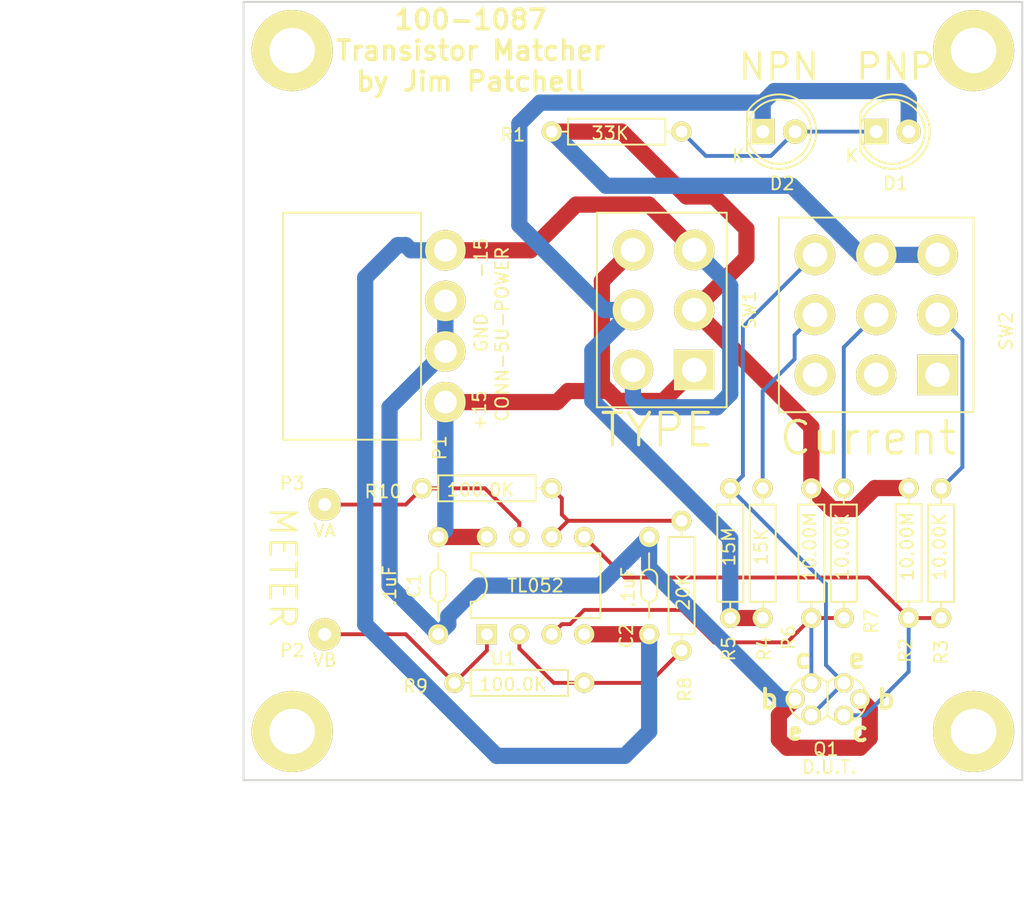
<source format=kicad_pcb>
(kicad_pcb (version 4) (host pcbnew "(2016-03-22 BZR 6643, Git db8c72c)-product")

  (general
    (links 44)
    (no_connects 0)
    (area 78.204287 50.724999 157.555001 123.350001)
    (thickness 1.6)
    (drawings 16)
    (tracks 154)
    (zones 0)
    (modules 25)
    (nets 20)
  )

  (page A4)
  (title_block
    (title "PNP/NPN Transistor Matcher")
    (date 2016-03-29)
  )

  (layers
    (0 F.Cu signal)
    (31 B.Cu signal hide)
    (32 B.Adhes user)
    (33 F.Adhes user)
    (34 B.Paste user)
    (35 F.Paste user)
    (36 B.SilkS user)
    (37 F.SilkS user)
    (38 B.Mask user)
    (39 F.Mask user)
    (40 Dwgs.User user)
    (41 Cmts.User user)
    (42 Eco1.User user)
    (43 Eco2.User user)
    (44 Edge.Cuts user)
    (45 Margin user)
    (46 B.CrtYd user)
    (47 F.CrtYd user)
    (48 B.Fab user)
    (49 F.Fab user)
  )

  (setup
    (last_trace_width 0.3048)
    (trace_clearance 0.2032)
    (zone_clearance 0.508)
    (zone_45_only no)
    (trace_min 0.2)
    (segment_width 0.2)
    (edge_width 0.15)
    (via_size 1.5748)
    (via_drill 0.9144)
    (via_min_size 0.4)
    (via_min_drill 0.3)
    (uvia_size 0.3)
    (uvia_drill 0.1)
    (uvias_allowed no)
    (uvia_min_size 0.2)
    (uvia_min_drill 0.1)
    (pcb_text_width 0.3)
    (pcb_text_size 1.5 1.5)
    (mod_edge_width 0.15)
    (mod_text_size 1 1)
    (mod_text_width 0.15)
    (pad_size 1.524 1.524)
    (pad_drill 1.016)
    (pad_to_mask_clearance 0.2)
    (aux_axis_origin 0 0)
    (visible_elements 7FFFEFFF)
    (pcbplotparams
      (layerselection 0x010e0_ffffffff)
      (usegerberextensions false)
      (excludeedgelayer true)
      (linewidth 0.100000)
      (plotframeref false)
      (viasonmask false)
      (mode 1)
      (useauxorigin false)
      (hpglpennumber 1)
      (hpglpenspeed 20)
      (hpglpendiameter 15)
      (psnegative false)
      (psa4output false)
      (plotreference true)
      (plotvalue true)
      (plotinvisibletext false)
      (padsonsilk false)
      (subtractmaskfromsilk false)
      (outputformat 1)
      (mirror false)
      (drillshape 0)
      (scaleselection 1)
      (outputdirectory FabFiles/))
  )

  (net 0 "")
  (net 1 +15V0)
  (net 2 GND)
  (net 3 -15V0)
  (net 4 "Net-(D1-Pad1)")
  (net 5 "Net-(Q1-Pad3)")
  (net 6 "Net-(Q1-Pad1)")
  (net 7 "Net-(Q1-Pad6)")
  (net 8 "Net-(R3-Pad1)")
  (net 9 "Net-(R4-Pad1)")
  (net 10 "Net-(R7-Pad1)")
  (net 11 "Net-(R8-Pad1)")
  (net 12 "Net-(R10-Pad2)")
  (net 13 "Net-(P2-Pad1)")
  (net 14 "Net-(P3-Pad1)")
  (net 15 "Net-(SW2-Pad1)")
  (net 16 "Net-(SW2-Pad4)")
  (net 17 "Net-(SW2-Pad7)")
  (net 18 /VEE)
  (net 19 /VCC)

  (net_class Default "This is the default net class."
    (clearance 0.2032)
    (trace_width 0.3048)
    (via_dia 1.5748)
    (via_drill 0.9144)
    (uvia_dia 0.3)
    (uvia_drill 0.1)
    (add_net "Net-(D1-Pad1)")
    (add_net "Net-(P2-Pad1)")
    (add_net "Net-(P3-Pad1)")
    (add_net "Net-(Q1-Pad1)")
    (add_net "Net-(Q1-Pad3)")
    (add_net "Net-(Q1-Pad6)")
    (add_net "Net-(R10-Pad2)")
    (add_net "Net-(R3-Pad1)")
    (add_net "Net-(R4-Pad1)")
    (add_net "Net-(R7-Pad1)")
    (add_net "Net-(R8-Pad1)")
    (add_net "Net-(SW2-Pad1)")
    (add_net "Net-(SW2-Pad4)")
    (add_net "Net-(SW2-Pad7)")
  )

  (net_class POWER ""
    (clearance 0.2032)
    (trace_width 1.27)
    (via_dia 1.5748)
    (via_drill 0.9144)
    (uvia_dia 0.3)
    (uvia_drill 0.1)
    (add_net +15V0)
    (add_net -15V0)
    (add_net /VCC)
    (add_net /VEE)
    (add_net GND)
  )

  (module Footprints:CAP-Bypass-0.3 (layer F.Cu) (tedit 56B42E37) (tstamp 56FB3021)
    (at 111.76 96.52 270)
    (path /56FAB6D0)
    (fp_text reference C1 (at 0 1.905 270) (layer F.SilkS)
      (effects (font (size 1 1) (thickness 0.15)))
    )
    (fp_text value .1uF (at 0 3.81 270) (layer F.SilkS)
      (effects (font (size 1 1) (thickness 0.15)))
    )
    (fp_arc (start 0.635 0) (end 1.27 0) (angle 90) (layer F.SilkS) (width 0.15))
    (fp_arc (start 0.635 0) (end 0.635 -0.635) (angle 90) (layer F.SilkS) (width 0.15))
    (fp_arc (start -0.635 0) (end -0.635 0.635) (angle 90) (layer F.SilkS) (width 0.15))
    (fp_arc (start -0.635 0) (end -1.27 0) (angle 90) (layer F.SilkS) (width 0.15))
    (fp_line (start -0.635 0.635) (end 0.635 0.635) (layer F.SilkS) (width 0.15))
    (fp_line (start -0.635 -0.635) (end 0.635 -0.635) (layer F.SilkS) (width 0.15))
    (fp_line (start 2.54 0) (end 1.27 0) (layer F.SilkS) (width 0.15))
    (fp_line (start -2.54 0) (end -1.27 0) (layer F.SilkS) (width 0.15))
    (pad 1 thru_hole circle (at -3.81 0 270) (size 1.5748 1.5748) (drill 0.9144) (layers *.Cu *.Mask F.SilkS)
      (net 1 +15V0))
    (pad 2 thru_hole circle (at 3.81 0 270) (size 1.5748 1.5748) (drill 0.9144) (layers *.Cu *.Mask F.SilkS)
      (net 2 GND))
  )

  (module Footprints:CAP-Bypass-0.3 (layer F.Cu) (tedit 56B42E37) (tstamp 56FB302F)
    (at 128.27 96.52 90)
    (path /56FAB740)
    (fp_text reference C2 (at -3.937 -1.778 90) (layer F.SilkS)
      (effects (font (size 1 1) (thickness 0.15)))
    )
    (fp_text value .1uF (at -0.127 -1.651 90) (layer F.SilkS)
      (effects (font (size 1 1) (thickness 0.15)))
    )
    (fp_arc (start 0.635 0) (end 1.27 0) (angle 90) (layer F.SilkS) (width 0.15))
    (fp_arc (start 0.635 0) (end 0.635 -0.635) (angle 90) (layer F.SilkS) (width 0.15))
    (fp_arc (start -0.635 0) (end -0.635 0.635) (angle 90) (layer F.SilkS) (width 0.15))
    (fp_arc (start -0.635 0) (end -1.27 0) (angle 90) (layer F.SilkS) (width 0.15))
    (fp_line (start -0.635 0.635) (end 0.635 0.635) (layer F.SilkS) (width 0.15))
    (fp_line (start -0.635 -0.635) (end 0.635 -0.635) (layer F.SilkS) (width 0.15))
    (fp_line (start 2.54 0) (end 1.27 0) (layer F.SilkS) (width 0.15))
    (fp_line (start -2.54 0) (end -1.27 0) (layer F.SilkS) (width 0.15))
    (pad 1 thru_hole circle (at -3.81 0 90) (size 1.5748 1.5748) (drill 0.9144) (layers *.Cu *.Mask F.SilkS)
      (net 3 -15V0))
    (pad 2 thru_hole circle (at 3.81 0 90) (size 1.5748 1.5748) (drill 0.9144) (layers *.Cu *.Mask F.SilkS)
      (net 2 GND))
  )

  (module LEDs:LED-5MM (layer F.Cu) (tedit 56FD5421) (tstamp 56FB303B)
    (at 146.05 60.96)
    (descr "LED 5mm round vertical")
    (tags "LED 5mm round vertical")
    (path /56FA03A1)
    (fp_text reference D1 (at 1.524 4.064) (layer F.SilkS)
      (effects (font (size 1 1) (thickness 0.15)))
    )
    (fp_text value PNP (at 1.524 -5.08) (layer F.SilkS)
      (effects (font (size 2.032 2.032) (thickness 0.254)))
    )
    (fp_line (start -1.5 -1.55) (end -1.5 1.55) (layer F.CrtYd) (width 0.05))
    (fp_arc (start 1.3 0) (end -1.5 1.55) (angle -302) (layer F.CrtYd) (width 0.05))
    (fp_arc (start 1.27 0) (end -1.23 -1.5) (angle 297.5) (layer F.SilkS) (width 0.15))
    (fp_line (start -1.23 1.5) (end -1.23 -1.5) (layer F.SilkS) (width 0.15))
    (fp_circle (center 1.27 0) (end 0.97 -2.5) (layer F.SilkS) (width 0.15))
    (fp_text user K (at -1.905 1.905) (layer F.SilkS)
      (effects (font (size 1 1) (thickness 0.15)))
    )
    (pad 1 thru_hole rect (at 0 0 90) (size 2 1.9) (drill 1.016) (layers *.Cu *.Mask F.SilkS)
      (net 4 "Net-(D1-Pad1)"))
    (pad 2 thru_hole circle (at 2.54 0) (size 1.9 1.9) (drill 1.016) (layers *.Cu *.Mask F.SilkS)
      (net 18 /VEE))
    (model LEDs.3dshapes/LED-5MM.wrl
      (at (xyz 0.05 0 0))
      (scale (xyz 1 1 1))
      (rotate (xyz 0 0 90))
    )
  )

  (module LEDs:LED-5MM (layer F.Cu) (tedit 56FD540C) (tstamp 56FB3047)
    (at 137.16 60.96)
    (descr "LED 5mm round vertical")
    (tags "LED 5mm round vertical")
    (path /56FA04A0)
    (fp_text reference D2 (at 1.524 4.064) (layer F.SilkS)
      (effects (font (size 1 1) (thickness 0.15)))
    )
    (fp_text value NPN (at 1.27 -5.08) (layer F.SilkS)
      (effects (font (size 2.032 2.032) (thickness 0.254)))
    )
    (fp_line (start -1.5 -1.55) (end -1.5 1.55) (layer F.CrtYd) (width 0.05))
    (fp_arc (start 1.3 0) (end -1.5 1.55) (angle -302) (layer F.CrtYd) (width 0.05))
    (fp_arc (start 1.27 0) (end -1.23 -1.5) (angle 297.5) (layer F.SilkS) (width 0.15))
    (fp_line (start -1.23 1.5) (end -1.23 -1.5) (layer F.SilkS) (width 0.15))
    (fp_circle (center 1.27 0) (end 0.97 -2.5) (layer F.SilkS) (width 0.15))
    (fp_text user K (at -1.905 1.905) (layer F.SilkS)
      (effects (font (size 1 1) (thickness 0.15)))
    )
    (pad 1 thru_hole rect (at 0 0 90) (size 2 1.9) (drill 1.016) (layers *.Cu *.Mask F.SilkS)
      (net 18 /VEE))
    (pad 2 thru_hole circle (at 2.54 0) (size 1.9 1.9) (drill 1.016) (layers *.Cu *.Mask F.SilkS)
      (net 4 "Net-(D1-Pad1)"))
    (model LEDs.3dshapes/LED-5MM.wrl
      (at (xyz 0.05 0 0))
      (scale (xyz 1 1 1))
      (rotate (xyz 0 0 90))
    )
  )

  (module Footprints:CONN-5U-POWER-RA (layer F.Cu) (tedit 56D5D0FC) (tstamp 56FB3056)
    (at 112.3188 76.2 90)
    (path /56FA00D3)
    (fp_text reference P1 (at -9.525 -0.4318 90) (layer F.SilkS)
      (effects (font (size 1 1) (thickness 0.15)))
    )
    (fp_text value CONN-5U-POWER (at -0.635 4.445 90) (layer F.SilkS)
      (effects (font (size 1 1) (thickness 0.15)))
    )
    (fp_text user GND (at -0.508 2.794 90) (layer F.SilkS)
      (effects (font (size 1 1) (thickness 0.15)))
    )
    (fp_text user -15 (at 5.334 2.794 90) (layer F.SilkS)
      (effects (font (size 1 1) (thickness 0.15)))
    )
    (fp_text user +15 (at -6.604 2.667 90) (layer F.SilkS)
      (effects (font (size 1 1) (thickness 0.15)))
    )
    (fp_line (start -8.89 -1.905) (end 8.89 -1.905) (layer F.SilkS) (width 0.15))
    (fp_line (start 8.89 -1.905) (end 8.89 -12.7) (layer F.SilkS) (width 0.15))
    (fp_line (start 8.89 -12.7) (end -8.89 -12.7) (layer F.SilkS) (width 0.15))
    (fp_line (start -8.89 -12.7) (end -8.89 -1.905) (layer F.SilkS) (width 0.15))
    (pad 1 thru_hole circle (at -5.9436 0 90) (size 3.175 3.175) (drill 1.778) (layers *.Cu *.Mask F.SilkS)
      (net 1 +15V0))
    (pad 2 thru_hole circle (at -1.9812 0 90) (size 3.175 3.175) (drill 1.778) (layers *.Cu *.Mask F.SilkS)
      (net 2 GND))
    (pad 3 thru_hole circle (at 1.9812 0 90) (size 3.175 3.175) (drill 1.778) (layers *.Cu *.Mask F.SilkS)
      (net 2 GND))
    (pad 4 thru_hole circle (at 5.9436 0 90) (size 3.175 3.175) (drill 1.778) (layers *.Cu *.Mask F.SilkS)
      (net 3 -15V0))
  )

  (module Footprints:AXIAL0.4 (layer F.Cu) (tedit 56ACF211) (tstamp 56FB3073)
    (at 125.73 60.96)
    (path /56FA0666)
    (fp_text reference R1 (at -8.128 0.254) (layer F.SilkS)
      (effects (font (size 1 1) (thickness 0.15)))
    )
    (fp_text value 33K (at -0.508 0.127) (layer F.SilkS)
      (effects (font (size 1 1) (thickness 0.15)))
    )
    (fp_line (start -3.81 -1.016) (end -3.81 1.016) (layer F.SilkS) (width 0.15))
    (fp_line (start 3.81 -1.016) (end 3.81 1.016) (layer F.SilkS) (width 0.15))
    (fp_line (start -3.81 0) (end -4.318 0) (layer F.SilkS) (width 0.15))
    (fp_line (start 4.445 0) (end 3.81 0) (layer F.SilkS) (width 0.15))
    (fp_line (start -3.81 1.016) (end 3.81 1.016) (layer F.SilkS) (width 0.15))
    (fp_line (start 3.81 -1.016) (end -3.81 -1.016) (layer F.SilkS) (width 0.15))
    (pad 1 thru_hole circle (at -5.08 0) (size 1.5748 1.5748) (drill 0.9144) (layers *.Cu *.Mask F.SilkS)
      (net 19 /VCC))
    (pad 2 thru_hole circle (at 5.08 0) (size 1.5748 1.5748) (drill 0.9144) (layers *.Cu *.Mask F.SilkS)
      (net 4 "Net-(D1-Pad1)"))
  )

  (module Footprints:AXIAL0.4 (layer F.Cu) (tedit 56ACF211) (tstamp 56FB307F)
    (at 148.59 93.958951 270)
    (path /56BA6139)
    (fp_text reference R2 (at 7.641049 0.254 270) (layer F.SilkS)
      (effects (font (size 1 1) (thickness 0.15)))
    )
    (fp_text value 10.00M (at -0.508 0.127 270) (layer F.SilkS)
      (effects (font (size 1 1) (thickness 0.15)))
    )
    (fp_line (start -3.81 -1.016) (end -3.81 1.016) (layer F.SilkS) (width 0.15))
    (fp_line (start 3.81 -1.016) (end 3.81 1.016) (layer F.SilkS) (width 0.15))
    (fp_line (start -3.81 0) (end -4.318 0) (layer F.SilkS) (width 0.15))
    (fp_line (start 4.445 0) (end 3.81 0) (layer F.SilkS) (width 0.15))
    (fp_line (start -3.81 1.016) (end 3.81 1.016) (layer F.SilkS) (width 0.15))
    (fp_line (start 3.81 -1.016) (end -3.81 -1.016) (layer F.SilkS) (width 0.15))
    (pad 1 thru_hole circle (at -5.08 0 270) (size 1.5748 1.5748) (drill 0.9144) (layers *.Cu *.Mask F.SilkS)
      (net 19 /VCC))
    (pad 2 thru_hole circle (at 5.08 0 270) (size 1.5748 1.5748) (drill 0.9144) (layers *.Cu *.Mask F.SilkS)
      (net 5 "Net-(Q1-Pad3)"))
  )

  (module Footprints:AXIAL0.4 (layer F.Cu) (tedit 56ACF211) (tstamp 56FB308B)
    (at 151.13 93.98 270)
    (path /56BA617B)
    (fp_text reference R3 (at 7.747 0 270) (layer F.SilkS)
      (effects (font (size 1 1) (thickness 0.15)))
    )
    (fp_text value 10.00K (at -0.508 0.127 270) (layer F.SilkS)
      (effects (font (size 1 1) (thickness 0.15)))
    )
    (fp_line (start -3.81 -1.016) (end -3.81 1.016) (layer F.SilkS) (width 0.15))
    (fp_line (start 3.81 -1.016) (end 3.81 1.016) (layer F.SilkS) (width 0.15))
    (fp_line (start -3.81 0) (end -4.318 0) (layer F.SilkS) (width 0.15))
    (fp_line (start 4.445 0) (end 3.81 0) (layer F.SilkS) (width 0.15))
    (fp_line (start -3.81 1.016) (end 3.81 1.016) (layer F.SilkS) (width 0.15))
    (fp_line (start 3.81 -1.016) (end -3.81 -1.016) (layer F.SilkS) (width 0.15))
    (pad 1 thru_hole circle (at -5.08 0 270) (size 1.5748 1.5748) (drill 0.9144) (layers *.Cu *.Mask F.SilkS)
      (net 8 "Net-(R3-Pad1)"))
    (pad 2 thru_hole circle (at 5.08 0 270) (size 1.5748 1.5748) (drill 0.9144) (layers *.Cu *.Mask F.SilkS)
      (net 5 "Net-(Q1-Pad3)"))
  )

  (module Footprints:AXIAL0.4 (layer F.Cu) (tedit 56ACF211) (tstamp 56FB3097)
    (at 137.16 93.98 270)
    (path /56BA621E)
    (fp_text reference R4 (at 7.493 -0.127 270) (layer F.SilkS)
      (effects (font (size 1 1) (thickness 0.15)))
    )
    (fp_text value 15K (at -0.508 0.127 270) (layer F.SilkS)
      (effects (font (size 1 1) (thickness 0.15)))
    )
    (fp_line (start -3.81 -1.016) (end -3.81 1.016) (layer F.SilkS) (width 0.15))
    (fp_line (start 3.81 -1.016) (end 3.81 1.016) (layer F.SilkS) (width 0.15))
    (fp_line (start -3.81 0) (end -4.318 0) (layer F.SilkS) (width 0.15))
    (fp_line (start 4.445 0) (end 3.81 0) (layer F.SilkS) (width 0.15))
    (fp_line (start -3.81 1.016) (end 3.81 1.016) (layer F.SilkS) (width 0.15))
    (fp_line (start 3.81 -1.016) (end -3.81 -1.016) (layer F.SilkS) (width 0.15))
    (pad 1 thru_hole circle (at -5.08 0 270) (size 1.5748 1.5748) (drill 0.9144) (layers *.Cu *.Mask F.SilkS)
      (net 9 "Net-(R4-Pad1)"))
    (pad 2 thru_hole circle (at 5.08 0 270) (size 1.5748 1.5748) (drill 0.9144) (layers *.Cu *.Mask F.SilkS)
      (net 18 /VEE))
  )

  (module Footprints:AXIAL0.4 (layer F.Cu) (tedit 56ACF211) (tstamp 56FB30A3)
    (at 134.62 93.98 270)
    (path /56BA633B)
    (fp_text reference R5 (at 7.493 0.127 270) (layer F.SilkS)
      (effects (font (size 1 1) (thickness 0.15)))
    )
    (fp_text value 15M (at -0.508 0.127 270) (layer F.SilkS)
      (effects (font (size 1 1) (thickness 0.15)))
    )
    (fp_line (start -3.81 -1.016) (end -3.81 1.016) (layer F.SilkS) (width 0.15))
    (fp_line (start 3.81 -1.016) (end 3.81 1.016) (layer F.SilkS) (width 0.15))
    (fp_line (start -3.81 0) (end -4.318 0) (layer F.SilkS) (width 0.15))
    (fp_line (start 4.445 0) (end 3.81 0) (layer F.SilkS) (width 0.15))
    (fp_line (start -3.81 1.016) (end 3.81 1.016) (layer F.SilkS) (width 0.15))
    (fp_line (start 3.81 -1.016) (end -3.81 -1.016) (layer F.SilkS) (width 0.15))
    (pad 1 thru_hole circle (at -5.08 0 270) (size 1.5748 1.5748) (drill 0.9144) (layers *.Cu *.Mask F.SilkS)
      (net 6 "Net-(Q1-Pad1)"))
    (pad 2 thru_hole circle (at 5.08 0 270) (size 1.5748 1.5748) (drill 0.9144) (layers *.Cu *.Mask F.SilkS)
      (net 18 /VEE))
  )

  (module Footprints:AXIAL0.4 (layer F.Cu) (tedit 56ACF211) (tstamp 56FB30AF)
    (at 140.97 93.98 270)
    (path /56BA61A5)
    (fp_text reference R6 (at 6.604 1.778 270) (layer F.SilkS)
      (effects (font (size 1 1) (thickness 0.15)))
    )
    (fp_text value 10.00M (at -0.508 0.127 270) (layer F.SilkS)
      (effects (font (size 1 1) (thickness 0.15)))
    )
    (fp_line (start -3.81 -1.016) (end -3.81 1.016) (layer F.SilkS) (width 0.15))
    (fp_line (start 3.81 -1.016) (end 3.81 1.016) (layer F.SilkS) (width 0.15))
    (fp_line (start -3.81 0) (end -4.318 0) (layer F.SilkS) (width 0.15))
    (fp_line (start 4.445 0) (end 3.81 0) (layer F.SilkS) (width 0.15))
    (fp_line (start -3.81 1.016) (end 3.81 1.016) (layer F.SilkS) (width 0.15))
    (fp_line (start 3.81 -1.016) (end -3.81 -1.016) (layer F.SilkS) (width 0.15))
    (pad 1 thru_hole circle (at -5.08 0 270) (size 1.5748 1.5748) (drill 0.9144) (layers *.Cu *.Mask F.SilkS)
      (net 19 /VCC))
    (pad 2 thru_hole circle (at 5.08 0 270) (size 1.5748 1.5748) (drill 0.9144) (layers *.Cu *.Mask F.SilkS)
      (net 7 "Net-(Q1-Pad6)"))
  )

  (module Footprints:AXIAL0.4 (layer F.Cu) (tedit 56ACF211) (tstamp 56FB30BB)
    (at 143.51 93.98 270)
    (path /56BA61F0)
    (fp_text reference R7 (at 5.334 -2.159 270) (layer F.SilkS)
      (effects (font (size 1 1) (thickness 0.15)))
    )
    (fp_text value 10.00K (at -0.508 0.127 270) (layer F.SilkS)
      (effects (font (size 1 1) (thickness 0.15)))
    )
    (fp_line (start -3.81 -1.016) (end -3.81 1.016) (layer F.SilkS) (width 0.15))
    (fp_line (start 3.81 -1.016) (end 3.81 1.016) (layer F.SilkS) (width 0.15))
    (fp_line (start -3.81 0) (end -4.318 0) (layer F.SilkS) (width 0.15))
    (fp_line (start 4.445 0) (end 3.81 0) (layer F.SilkS) (width 0.15))
    (fp_line (start -3.81 1.016) (end 3.81 1.016) (layer F.SilkS) (width 0.15))
    (fp_line (start 3.81 -1.016) (end -3.81 -1.016) (layer F.SilkS) (width 0.15))
    (pad 1 thru_hole circle (at -5.08 0 270) (size 1.5748 1.5748) (drill 0.9144) (layers *.Cu *.Mask F.SilkS)
      (net 10 "Net-(R7-Pad1)"))
    (pad 2 thru_hole circle (at 5.08 0 270) (size 1.5748 1.5748) (drill 0.9144) (layers *.Cu *.Mask F.SilkS)
      (net 7 "Net-(Q1-Pad6)"))
  )

  (module Footprints:AXIAL0.4 (layer F.Cu) (tedit 56ACF211) (tstamp 56FB30C7)
    (at 130.81 96.52 90)
    (path /56FA2776)
    (fp_text reference R8 (at -8.128 0.254 90) (layer F.SilkS)
      (effects (font (size 1 1) (thickness 0.15)))
    )
    (fp_text value 20K (at -0.508 0.127 90) (layer F.SilkS)
      (effects (font (size 1 1) (thickness 0.15)))
    )
    (fp_line (start -3.81 -1.016) (end -3.81 1.016) (layer F.SilkS) (width 0.15))
    (fp_line (start 3.81 -1.016) (end 3.81 1.016) (layer F.SilkS) (width 0.15))
    (fp_line (start -3.81 0) (end -4.318 0) (layer F.SilkS) (width 0.15))
    (fp_line (start 4.445 0) (end 3.81 0) (layer F.SilkS) (width 0.15))
    (fp_line (start -3.81 1.016) (end 3.81 1.016) (layer F.SilkS) (width 0.15))
    (fp_line (start 3.81 -1.016) (end -3.81 -1.016) (layer F.SilkS) (width 0.15))
    (pad 1 thru_hole circle (at -5.08 0 90) (size 1.5748 1.5748) (drill 0.9144) (layers *.Cu *.Mask F.SilkS)
      (net 11 "Net-(R8-Pad1)"))
    (pad 2 thru_hole circle (at 5.08 0 90) (size 1.5748 1.5748) (drill 0.9144) (layers *.Cu *.Mask F.SilkS)
      (net 12 "Net-(R10-Pad2)"))
  )

  (module Footprints:AXIAL0.4 (layer F.Cu) (tedit 56ACF211) (tstamp 56FB30D3)
    (at 118.11 104.14)
    (path /56FA2983)
    (fp_text reference R9 (at -8.128 0.254) (layer F.SilkS)
      (effects (font (size 1 1) (thickness 0.15)))
    )
    (fp_text value 100.0K (at -0.508 0.127) (layer F.SilkS)
      (effects (font (size 1 1) (thickness 0.15)))
    )
    (fp_line (start -3.81 -1.016) (end -3.81 1.016) (layer F.SilkS) (width 0.15))
    (fp_line (start 3.81 -1.016) (end 3.81 1.016) (layer F.SilkS) (width 0.15))
    (fp_line (start -3.81 0) (end -4.318 0) (layer F.SilkS) (width 0.15))
    (fp_line (start 4.445 0) (end 3.81 0) (layer F.SilkS) (width 0.15))
    (fp_line (start -3.81 1.016) (end 3.81 1.016) (layer F.SilkS) (width 0.15))
    (fp_line (start 3.81 -1.016) (end -3.81 -1.016) (layer F.SilkS) (width 0.15))
    (pad 1 thru_hole circle (at -5.08 0) (size 1.5748 1.5748) (drill 0.9144) (layers *.Cu *.Mask F.SilkS)
      (net 13 "Net-(P2-Pad1)"))
    (pad 2 thru_hole circle (at 5.08 0) (size 1.5748 1.5748) (drill 0.9144) (layers *.Cu *.Mask F.SilkS)
      (net 11 "Net-(R8-Pad1)"))
  )

  (module Footprints:AXIAL0.4 (layer F.Cu) (tedit 56ACF211) (tstamp 56FB30DF)
    (at 115.57 88.9)
    (path /56FA2A1B)
    (fp_text reference R10 (at -8.128 0.254) (layer F.SilkS)
      (effects (font (size 1 1) (thickness 0.15)))
    )
    (fp_text value 100.0K (at -0.508 0.127) (layer F.SilkS)
      (effects (font (size 1 1) (thickness 0.15)))
    )
    (fp_line (start -3.81 -1.016) (end -3.81 1.016) (layer F.SilkS) (width 0.15))
    (fp_line (start 3.81 -1.016) (end 3.81 1.016) (layer F.SilkS) (width 0.15))
    (fp_line (start -3.81 0) (end -4.318 0) (layer F.SilkS) (width 0.15))
    (fp_line (start 4.445 0) (end 3.81 0) (layer F.SilkS) (width 0.15))
    (fp_line (start -3.81 1.016) (end 3.81 1.016) (layer F.SilkS) (width 0.15))
    (fp_line (start 3.81 -1.016) (end -3.81 -1.016) (layer F.SilkS) (width 0.15))
    (pad 1 thru_hole circle (at -5.08 0) (size 1.5748 1.5748) (drill 0.9144) (layers *.Cu *.Mask F.SilkS)
      (net 14 "Net-(P3-Pad1)"))
    (pad 2 thru_hole circle (at 5.08 0) (size 1.5748 1.5748) (drill 0.9144) (layers *.Cu *.Mask F.SilkS)
      (net 12 "Net-(R10-Pad2)"))
  )

  (module Footprints:SW-NKK-DPDT (layer F.Cu) (tedit 56FD51AB) (tstamp 56FB30ED)
    (at 131.8006 74.93 90)
    (path /56F9FD14)
    (fp_text reference SW1 (at 0 4.31 90) (layer F.SilkS)
      (effects (font (size 1 1) (thickness 0.15)))
    )
    (fp_text value TYPE (at -9.398 -2.8956 180) (layer F.SilkS)
      (effects (font (size 2.54 2.54) (thickness 0.254)))
    )
    (fp_line (start -7.62 -7.62) (end -7.62 2.54) (layer F.SilkS) (width 0.15))
    (fp_line (start 7.62 -7.62) (end -7.62 -7.62) (layer F.SilkS) (width 0.15))
    (fp_line (start 7.62 2.54) (end 7.62 -7.62) (layer F.SilkS) (width 0.15))
    (fp_line (start -7.62 2.54) (end 7.62 2.54) (layer F.SilkS) (width 0.15))
    (pad 1 thru_hole rect (at -4.699 0 90) (size 3.175 3.175) (drill 1.905) (layers *.Cu *.Mask F.SilkS)
      (net 1 +15V0))
    (pad 2 thru_hole circle (at 0 0 90) (size 3.175 3.175) (drill 1.905) (layers *.Cu *.Mask F.SilkS)
      (net 19 /VCC))
    (pad 3 thru_hole circle (at 4.699 0 90) (size 3.175 3.175) (drill 1.905) (layers *.Cu *.Mask F.SilkS)
      (net 3 -15V0))
    (pad 4 thru_hole circle (at -4.699 -4.8006 90) (size 3.175 3.175) (drill 1.905) (layers *.Cu *.Mask F.SilkS)
      (net 3 -15V0))
    (pad 5 thru_hole circle (at 0 -4.8006 90) (size 3.175 3.175) (drill 1.905) (layers *.Cu *.Mask F.SilkS)
      (net 18 /VEE))
    (pad 6 thru_hole circle (at 4.699 -4.8006 90) (size 3.175 3.175) (drill 1.905) (layers *.Cu *.Mask F.SilkS)
      (net 1 +15V0))
  )

  (module Footprints:SW-NKK-DP3T (layer F.Cu) (tedit 56FD5206) (tstamp 56FB30FE)
    (at 146.05 75.311 90)
    (path /56F9FA40)
    (fp_text reference SW2 (at -1.27 10.16 90) (layer F.SilkS)
      (effects (font (size 1 1) (thickness 0.15)))
    )
    (fp_text value Current (at -9.652 -0.635 180) (layer F.SilkS)
      (effects (font (size 2.54 2.54) (thickness 0.254)))
    )
    (fp_line (start 7.62 -7.62) (end -7.62 -7.62) (layer F.SilkS) (width 0.15))
    (fp_line (start 7.62 7.62) (end 7.62 -7.62) (layer F.SilkS) (width 0.15))
    (fp_line (start -7.62 7.62) (end 7.62 7.62) (layer F.SilkS) (width 0.15))
    (fp_line (start -7.62 -7.62) (end -7.62 7.62) (layer F.SilkS) (width 0.15))
    (pad 1 thru_hole rect (at -4.699 4.8006 90) (size 3.175 3.175) (drill 1.905) (layers *.Cu *.Mask F.SilkS)
      (net 15 "Net-(SW2-Pad1)"))
    (pad 2 thru_hole circle (at 0 4.8006 90) (size 3.175 3.175) (drill 1.905) (layers *.Cu *.Mask F.SilkS)
      (net 8 "Net-(R3-Pad1)"))
    (pad 3 thru_hole circle (at 4.699 4.8006 90) (size 3.175 3.175) (drill 1.905) (layers *.Cu *.Mask F.SilkS)
      (net 19 /VCC))
    (pad 4 thru_hole circle (at -4.699 0 90) (size 3.175 3.175) (drill 1.905) (layers *.Cu *.Mask F.SilkS)
      (net 16 "Net-(SW2-Pad4)"))
    (pad 5 thru_hole circle (at 0 0 90) (size 3.175 3.175) (drill 1.905) (layers *.Cu *.Mask F.SilkS)
      (net 10 "Net-(R7-Pad1)"))
    (pad 6 thru_hole circle (at 4.699 0 90) (size 3.175 3.175) (drill 1.905) (layers *.Cu *.Mask F.SilkS)
      (net 19 /VCC))
    (pad 7 thru_hole circle (at -4.699 -4.8006 90) (size 3.175 3.175) (drill 1.905) (layers *.Cu *.Mask F.SilkS)
      (net 17 "Net-(SW2-Pad7)"))
    (pad 8 thru_hole circle (at 0 -4.8006 90) (size 3.175 3.175) (drill 1.905) (layers *.Cu *.Mask F.SilkS)
      (net 9 "Net-(R4-Pad1)"))
    (pad 9 thru_hole circle (at 4.699 -4.8006 90) (size 3.175 3.175) (drill 1.905) (layers *.Cu *.Mask F.SilkS)
      (net 6 "Net-(Q1-Pad1)"))
  )

  (module Footprints:DIP8.3 (layer F.Cu) (tedit 56ADA5EF) (tstamp 56FB3111)
    (at 119.38 96.52)
    (path /56F9FE59)
    (fp_text reference U1 (at -2.54 5.715) (layer F.SilkS)
      (effects (font (size 1 1) (thickness 0.15)))
    )
    (fp_text value TL052 (at 0 0) (layer F.SilkS)
      (effects (font (size 1 1) (thickness 0.15)))
    )
    (fp_arc (start -5.08 0) (end -3.81 0) (angle 90) (layer F.SilkS) (width 0.15))
    (fp_arc (start -5.08 0) (end -5.08 -1.27) (angle 90) (layer F.SilkS) (width 0.15))
    (fp_line (start -5.08 -2.54) (end -5.08 -1.27) (layer F.SilkS) (width 0.15))
    (fp_line (start -5.08 -2.54) (end 5.08 -2.54) (layer F.SilkS) (width 0.15))
    (fp_line (start 5.08 -2.54) (end 5.08 2.54) (layer F.SilkS) (width 0.15))
    (fp_line (start 5.08 2.54) (end -5.08 2.54) (layer F.SilkS) (width 0.15))
    (fp_line (start -5.08 2.54) (end -5.08 1.27) (layer F.SilkS) (width 0.15))
    (pad 1 thru_hole rect (at -3.81 3.81) (size 1.5748 1.5748) (drill 0.9144) (layers *.Cu *.Mask F.SilkS)
      (net 13 "Net-(P2-Pad1)"))
    (pad 2 thru_hole circle (at -1.27 3.81) (size 1.5748 1.5748) (drill 0.9144) (layers *.Cu *.Mask F.SilkS)
      (net 11 "Net-(R8-Pad1)"))
    (pad 3 thru_hole circle (at 1.27 3.81) (size 1.5748 1.5748) (drill 0.9144) (layers *.Cu *.Mask F.SilkS)
      (net 7 "Net-(Q1-Pad6)"))
    (pad 4 thru_hole circle (at 3.81 3.81) (size 1.5748 1.5748) (drill 0.9144) (layers *.Cu *.Mask F.SilkS)
      (net 3 -15V0))
    (pad 5 thru_hole circle (at 3.81 -3.81) (size 1.5748 1.5748) (drill 0.9144) (layers *.Cu *.Mask F.SilkS)
      (net 5 "Net-(Q1-Pad3)"))
    (pad 6 thru_hole circle (at 1.27 -3.81) (size 1.5748 1.5748) (drill 0.9144) (layers *.Cu *.Mask F.SilkS)
      (net 12 "Net-(R10-Pad2)"))
    (pad 7 thru_hole circle (at -1.27 -3.81) (size 1.5748 1.5748) (drill 0.9144) (layers *.Cu *.Mask F.SilkS)
      (net 14 "Net-(P3-Pad1)"))
    (pad 8 thru_hole circle (at -3.81 -3.81) (size 1.5748 1.5748) (drill 0.9144) (layers *.Cu *.Mask F.SilkS)
      (net 1 +15V0))
  )

  (module Footprints:PAD (layer F.Cu) (tedit 56FB3251) (tstamp 56FB3612)
    (at 102.87 102.87)
    (path /56FAC211)
    (fp_text reference P2 (at -2.54 -1.27) (layer F.SilkS)
      (effects (font (size 1 1) (thickness 0.15)))
    )
    (fp_text value VB (at 0 -0.5) (layer F.SilkS)
      (effects (font (size 1 1) (thickness 0.15)))
    )
    (pad 1 thru_hole circle (at 0 -2.54) (size 2.54 2.54) (drill 1.016) (layers *.Cu *.Mask F.SilkS)
      (net 13 "Net-(P2-Pad1)"))
  )

  (module Footprints:PAD (layer F.Cu) (tedit 56FB325B) (tstamp 56FB3617)
    (at 102.87 92.71)
    (path /56FAC518)
    (fp_text reference P3 (at -2.54 -4.191) (layer F.SilkS)
      (effects (font (size 1 1) (thickness 0.15)))
    )
    (fp_text value VA (at 0 -0.5) (layer F.SilkS)
      (effects (font (size 1 1) (thickness 0.15)))
    )
    (pad 1 thru_hole circle (at 0 -2.54) (size 2.54 2.54) (drill 1.016) (layers *.Cu *.Mask F.SilkS)
      (net 14 "Net-(P3-Pad1)"))
  )

  (module Footprints:PAD (layer F.Cu) (tedit 570072A5) (tstamp 56FB54AA)
    (at 100.33 110.49)
    (fp_text reference REF** (at 4.826 0.254) (layer F.SilkS) hide
      (effects (font (size 1 1) (thickness 0.15)))
    )
    (fp_text value PAD (at 0 -0.5) (layer F.Fab)
      (effects (font (size 1 1) (thickness 0.15)))
    )
    (pad 1 thru_hole circle (at 0 -2.54) (size 6.35 6.35) (drill 3.556) (layers *.Cu *.Mask F.SilkS))
  )

  (module Footprints:PAD (layer F.Cu) (tedit 57007295) (tstamp 56FB54B0)
    (at 153.67 110.49)
    (fp_text reference REF** (at 0 -6.858) (layer F.SilkS) hide
      (effects (font (size 1 1) (thickness 0.15)))
    )
    (fp_text value PAD (at 0 -0.5) (layer F.Fab)
      (effects (font (size 1 1) (thickness 0.15)))
    )
    (pad 1 thru_hole circle (at 0 -2.54) (size 6.35 6.35) (drill 3.556) (layers *.Cu *.Mask F.SilkS))
  )

  (module Footprints:PAD (layer F.Cu) (tedit 5700726C) (tstamp 56FB54B5)
    (at 100.33 57.15)
    (fp_text reference REF** (at 0 2.032) (layer F.SilkS) hide
      (effects (font (size 1 1) (thickness 0.15)))
    )
    (fp_text value PAD (at 0 -0.5) (layer F.Fab)
      (effects (font (size 1 1) (thickness 0.15)))
    )
    (pad 1 thru_hole circle (at 0 -2.54) (size 6.35 6.35) (drill 3.556) (layers *.Cu *.Mask F.SilkS))
  )

  (module Footprints:PAD (layer F.Cu) (tedit 5700727F) (tstamp 56FB54BA)
    (at 153.67 57.15)
    (fp_text reference REF** (at 0.508 2.032) (layer F.SilkS) hide
      (effects (font (size 1 1) (thickness 0.15)))
    )
    (fp_text value PAD (at 0 -0.5) (layer F.Fab)
      (effects (font (size 1 1) (thickness 0.15)))
    )
    (pad 1 thru_hole circle (at 0 -2.54) (size 6.35 6.35) (drill 3.556) (layers *.Cu *.Mask F.SilkS))
  )

  (module Footprints:DUAL_TO92 (layer F.Cu) (tedit 56FDF9B8) (tstamp 56FB3067)
    (at 142.24 105.41 90)
    (path /56BA5FFF)
    (fp_text reference Q1 (at -3.937 -0.127 180) (layer F.SilkS)
      (effects (font (size 1 1) (thickness 0.15)))
    )
    (fp_text value D.U.T. (at -5.334 0.127 180) (layer F.SilkS)
      (effects (font (size 1 1) (thickness 0.15)))
    )
    (fp_arc (start 0 1.27) (end -1.27 2.54) (angle 90) (layer F.SilkS) (width 0.15))
    (fp_arc (start 0 1.27) (end 1.27 2.54) (angle 90) (layer F.SilkS) (width 0.15))
    (fp_arc (start 0 1.27) (end 1.27 0) (angle 90) (layer F.SilkS) (width 0.15))
    (fp_arc (start 0 -1.27) (end 1.27 -2.54) (angle 90) (layer F.SilkS) (width 0.15))
    (fp_arc (start 0 -1.27) (end -1.27 -2.54) (angle 90) (layer F.SilkS) (width 0.15))
    (fp_arc (start 0 -1.27) (end -1.27 0) (angle 90) (layer F.SilkS) (width 0.15))
    (fp_line (start -1.27 0) (end 1.27 0) (layer F.SilkS) (width 0.15))
    (pad 2 thru_hole circle (at 0 2.54 90) (size 1.524 1.524) (drill 1.016) (layers *.Cu *.Mask F.SilkS)
      (net 2 GND))
    (pad 3 thru_hole circle (at -1.27 1.27 90) (size 1.524 1.524) (drill 1.016) (layers *.Cu *.Mask F.SilkS)
      (net 5 "Net-(Q1-Pad3)"))
    (pad 1 thru_hole circle (at 1.27 1.27 90) (size 1.524 1.524) (drill 1.016) (layers *.Cu *.Mask F.SilkS)
      (net 6 "Net-(Q1-Pad1)"))
    (pad 6 thru_hole circle (at 1.27 -1.27 90) (size 1.524 1.524) (drill 1.016) (layers *.Cu *.Mask F.SilkS)
      (net 7 "Net-(Q1-Pad6)"))
    (pad 4 thru_hole circle (at -1.27 -1.27 90) (size 1.524 1.524) (drill 1.016) (layers *.Cu *.Mask F.SilkS)
      (net 6 "Net-(Q1-Pad1)"))
    (pad 5 thru_hole circle (at 0 -2.54 90) (size 1.524 1.524) (drill 1.016) (layers *.Cu *.Mask F.SilkS)
      (net 2 GND))
  )

  (gr_text METER (at 99.568 95.123 270) (layer F.SilkS)
    (effects (font (size 2.032 2.032) (thickness 0.2032)))
  )
  (gr_text "100-1087\nTransistor Matcher\nby Jim Patchell" (at 114.3 54.61) (layer F.SilkS)
    (effects (font (size 1.5 1.5) (thickness 0.3)))
  )
  (gr_text c (at 140.335 102.235) (layer F.SilkS)
    (effects (font (size 1.5 1.5) (thickness 0.3)))
  )
  (gr_text c (at 144.78 107.95) (layer F.SilkS)
    (effects (font (size 1.5 1.5) (thickness 0.3)))
  )
  (gr_text b (at 146.812 105.41) (layer F.SilkS)
    (effects (font (size 1.5 1.5) (thickness 0.3)))
  )
  (gr_text b (at 137.668 105.41) (layer F.SilkS)
    (effects (font (size 1.5 1.5) (thickness 0.3)))
  )
  (gr_text e (at 144.526 102.235) (layer F.SilkS)
    (effects (font (size 1.5 1.5) (thickness 0.3)))
  )
  (gr_text e (at 139.7 107.95) (layer F.SilkS)
    (effects (font (size 1.27 1.27) (thickness 0.3)))
  )
  (dimension 60.96 (width 0.3) (layer F.Fab)
    (gr_text "2.4000 in" (at 83.74 81.28 270) (layer F.Fab)
      (effects (font (size 1.5 1.5) (thickness 0.3)))
    )
    (feature1 (pts (xy 91.44 111.76) (xy 82.39 111.76)))
    (feature2 (pts (xy 91.44 50.8) (xy 82.39 50.8)))
    (crossbar (pts (xy 85.09 50.8) (xy 85.09 111.76)))
    (arrow1a (pts (xy 85.09 111.76) (xy 84.503579 110.633496)))
    (arrow1b (pts (xy 85.09 111.76) (xy 85.676421 110.633496)))
    (arrow2a (pts (xy 85.09 50.8) (xy 84.503579 51.926504)))
    (arrow2b (pts (xy 85.09 50.8) (xy 85.676421 51.926504)))
  )
  (dimension 60.96 (width 0.3) (layer F.Fab)
    (gr_text "2.4000 in" (at 127 122) (layer F.Fab)
      (effects (font (size 1.5 1.5) (thickness 0.3)))
    )
    (feature1 (pts (xy 157.48 114.3) (xy 157.48 123.35)))
    (feature2 (pts (xy 96.52 114.3) (xy 96.52 123.35)))
    (crossbar (pts (xy 96.52 120.65) (xy 157.48 120.65)))
    (arrow1a (pts (xy 157.48 120.65) (xy 156.353496 121.236421)))
    (arrow1b (pts (xy 157.48 120.65) (xy 156.353496 120.063579)))
    (arrow2a (pts (xy 96.52 120.65) (xy 97.646504 121.236421)))
    (arrow2b (pts (xy 96.52 120.65) (xy 97.646504 120.063579)))
  )
  (gr_line (start 157.48 109.027596) (end 157.48 50.8) (layer Edge.Cuts) (width 0.15) (tstamp 56FB4D25))
  (gr_line (start 96.52 111.76) (end 99.06 111.76) (layer Edge.Cuts) (width 0.15))
  (gr_line (start 96.52 50.8) (end 96.52 111.76) (layer Edge.Cuts) (width 0.15))
  (gr_line (start 157.48 50.8) (end 96.52 50.8) (layer Edge.Cuts) (width 0.15))
  (gr_line (start 157.48 111.76) (end 157.48 109.027596) (layer Edge.Cuts) (width 0.15))
  (gr_line (start 99.06 111.76) (end 157.48 111.76) (layer Edge.Cuts) (width 0.15))

  (segment (start 112.3188 82.1436) (end 112.3188 92.1512) (width 1.27) (layer B.Cu) (net 1))
  (segment (start 112.3188 92.1512) (end 111.76 92.71) (width 1.27) (layer B.Cu) (net 1))
  (segment (start 111.76 92.71) (end 115.57 92.71) (width 1.27) (layer F.Cu) (net 1))
  (segment (start 124.574299 80.793337) (end 125.060962 81.28) (width 1.27) (layer F.Cu) (net 1))
  (segment (start 125.060962 81.28) (end 125.835663 82.054701) (width 1.27) (layer F.Cu) (net 1))
  (segment (start 121.92 81.28) (end 125.060962 81.28) (width 1.27) (layer F.Cu) (net 1))
  (segment (start 121.0564 82.1436) (end 121.92 81.28) (width 1.27) (layer F.Cu) (net 1))
  (segment (start 112.3188 82.1436) (end 121.0564 82.1436) (width 1.27) (layer F.Cu) (net 1))
  (segment (start 127 70.231) (end 124.574299 72.656701) (width 1.27) (layer F.Cu) (net 1))
  (segment (start 124.574299 72.656701) (end 124.574299 80.793337) (width 1.27) (layer F.Cu) (net 1))
  (segment (start 125.835663 82.054701) (end 129.374899 82.054701) (width 1.27) (layer F.Cu) (net 1))
  (segment (start 129.374899 82.054701) (end 131.8006 79.629) (width 1.27) (layer F.Cu) (net 1))
  (segment (start 112.3188 78.1812) (end 107.95 82.55) (width 1.27) (layer B.Cu) (net 2))
  (segment (start 107.95 96.52) (end 110.972601 99.542601) (width 1.27) (layer B.Cu) (net 2))
  (segment (start 107.95 82.55) (end 107.95 96.52) (width 1.27) (layer B.Cu) (net 2))
  (segment (start 110.972601 99.542601) (end 111.76 100.33) (width 1.27) (layer B.Cu) (net 2))
  (segment (start 128.27 92.71) (end 128.27 95.11589) (width 1.27) (layer B.Cu) (net 2))
  (segment (start 128.27 95.11589) (end 138.56411 105.41) (width 1.27) (layer B.Cu) (net 2))
  (segment (start 138.56411 105.41) (end 138.62237 105.41) (width 1.27) (layer B.Cu) (net 2))
  (segment (start 138.62237 105.41) (end 139.7 105.41) (width 1.27) (layer B.Cu) (net 2))
  (segment (start 138.43 108.585) (end 138.43 106.68) (width 1.27) (layer F.Cu) (net 2))
  (segment (start 138.43 106.68) (end 139.7 105.41) (width 1.27) (layer F.Cu) (net 2))
  (segment (start 139.065 109.22) (end 138.43 108.585) (width 1.27) (layer F.Cu) (net 2))
  (segment (start 144.78 109.22) (end 139.065 109.22) (width 1.27) (layer F.Cu) (net 2))
  (segment (start 145.541999 108.458001) (end 144.78 109.22) (width 1.27) (layer F.Cu) (net 2))
  (segment (start 144.78 105.41) (end 145.541999 106.171999) (width 1.27) (layer F.Cu) (net 2))
  (segment (start 145.541999 106.171999) (end 145.541999 108.458001) (width 1.27) (layer F.Cu) (net 2))
  (segment (start 114.935 96.52) (end 124.46 96.52) (width 1.27) (layer B.Cu) (net 2))
  (segment (start 112.547399 99.542601) (end 112.547399 98.907601) (width 1.27) (layer B.Cu) (net 2))
  (segment (start 111.76 100.33) (end 112.547399 99.542601) (width 1.27) (layer B.Cu) (net 2))
  (segment (start 112.547399 98.907601) (end 114.935 96.52) (width 1.27) (layer B.Cu) (net 2))
  (segment (start 124.46 96.52) (end 128.27 92.71) (width 1.27) (layer B.Cu) (net 2))
  (segment (start 112.3188 74.2188) (end 112.3188 78.1812) (width 1.27) (layer B.Cu) (net 2))
  (segment (start 128.27 100.33) (end 128.27 107.95) (width 1.27) (layer B.Cu) (net 3))
  (segment (start 116.33911 109.855) (end 106.045 99.56089) (width 1.27) (layer B.Cu) (net 3))
  (segment (start 109.6264 70.2564) (end 112.3188 70.2564) (width 1.27) (layer B.Cu) (net 3))
  (segment (start 128.27 107.95) (end 126.365 109.855) (width 1.27) (layer B.Cu) (net 3))
  (segment (start 126.365 109.855) (end 116.33911 109.855) (width 1.27) (layer B.Cu) (net 3))
  (segment (start 106.045 99.56089) (end 106.045 72.39) (width 1.27) (layer B.Cu) (net 3))
  (segment (start 108.585 69.85) (end 109.22 69.85) (width 1.27) (layer B.Cu) (net 3))
  (segment (start 109.22 69.85) (end 109.6264 70.2564) (width 1.27) (layer B.Cu) (net 3))
  (segment (start 106.045 72.39) (end 108.585 69.85) (width 1.27) (layer B.Cu) (net 3))
  (segment (start 123.19 100.33) (end 128.27 100.33) (width 1.27) (layer F.Cu) (net 3))
  (segment (start 134.62 81.493362) (end 134.62 73.0504) (width 1.27) (layer B.Cu) (net 3))
  (segment (start 134.62 73.0504) (end 131.8006 70.231) (width 1.27) (layer B.Cu) (net 3))
  (segment (start 127.675936 82.55) (end 133.563362 82.55) (width 1.27) (layer B.Cu) (net 3))
  (segment (start 133.563362 82.55) (end 134.62 81.493362) (width 1.27) (layer B.Cu) (net 3))
  (segment (start 127 79.629) (end 127 81.874064) (width 1.27) (layer B.Cu) (net 3))
  (segment (start 127 81.874064) (end 127.675936 82.55) (width 1.27) (layer B.Cu) (net 3))
  (segment (start 118.9736 70.2564) (end 119.38 69.85) (width 1.27) (layer F.Cu) (net 3))
  (segment (start 119.38 69.85) (end 122.555 66.675) (width 1.27) (layer F.Cu) (net 3))
  (segment (start 112.3188 70.2564) (end 118.9736 70.2564) (width 1.27) (layer F.Cu) (net 3))
  (segment (start 122.555 66.675) (end 128.2446 66.675) (width 1.27) (layer F.Cu) (net 3))
  (segment (start 128.2446 66.675) (end 131.8006 70.231) (width 1.27) (layer F.Cu) (net 3))
  (segment (start 130.81 60.96) (end 132.715 62.865) (width 0.3048) (layer B.Cu) (net 4))
  (segment (start 132.715 62.865) (end 137.795 62.865) (width 0.3048) (layer B.Cu) (net 4))
  (segment (start 137.795 62.865) (end 138.750001 61.909999) (width 0.3048) (layer B.Cu) (net 4))
  (segment (start 138.750001 61.909999) (end 139.7 60.96) (width 0.3048) (layer B.Cu) (net 4))
  (segment (start 146.05 60.96) (end 139.7 60.96) (width 0.3048) (layer B.Cu) (net 4))
  (segment (start 151.13 99.06) (end 148.611049 99.06) (width 0.3048) (layer F.Cu) (net 5))
  (segment (start 148.611049 99.06) (end 148.59 99.038951) (width 0.3048) (layer F.Cu) (net 5))
  (segment (start 126.365 95.885) (end 145.436049 95.885) (width 0.3048) (layer F.Cu) (net 5))
  (segment (start 145.436049 95.885) (end 148.59 99.038951) (width 0.3048) (layer F.Cu) (net 5))
  (segment (start 123.19 92.71) (end 126.365 95.885) (width 0.3048) (layer F.Cu) (net 5))
  (segment (start 143.51 106.68) (end 145.16405 106.68) (width 0.3048) (layer B.Cu) (net 5))
  (segment (start 145.16405 106.68) (end 148.59 103.25405) (width 0.3048) (layer B.Cu) (net 5))
  (segment (start 148.59 103.25405) (end 148.59 100.152502) (width 0.3048) (layer B.Cu) (net 5))
  (segment (start 148.59 100.152502) (end 148.59 99.038951) (width 0.3048) (layer B.Cu) (net 5))
  (segment (start 143.51 104.14) (end 142.113001 102.743001) (width 0.3048) (layer B.Cu) (net 6))
  (segment (start 142.113001 102.743001) (end 142.113001 96.393001) (width 0.3048) (layer B.Cu) (net 6))
  (segment (start 142.113001 96.393001) (end 135.407399 89.687399) (width 0.3048) (layer B.Cu) (net 6))
  (segment (start 135.407399 89.687399) (end 134.62 88.9) (width 0.3048) (layer B.Cu) (net 6))
  (segment (start 140.97 106.68) (end 141.731999 105.918001) (width 0.3048) (layer B.Cu) (net 6))
  (segment (start 141.731999 105.918001) (end 143.51 104.14) (width 0.3048) (layer B.Cu) (net 6))
  (segment (start 141.2494 70.612) (end 135.61061 76.25079) (width 0.3048) (layer B.Cu) (net 6))
  (segment (start 135.61061 76.25079) (end 135.61061 87.90939) (width 0.3048) (layer B.Cu) (net 6))
  (segment (start 135.407399 88.112601) (end 134.62 88.9) (width 0.3048) (layer B.Cu) (net 6))
  (segment (start 135.61061 87.90939) (end 135.407399 88.112601) (width 0.3048) (layer B.Cu) (net 6))
  (segment (start 140.97 104.14) (end 140.97 99.06) (width 0.3048) (layer B.Cu) (net 7))
  (segment (start 143.51 99.06) (end 140.97 99.06) (width 0.3048) (layer F.Cu) (net 7))
  (segment (start 133.35 100.965) (end 139.065 100.965) (width 0.3048) (layer F.Cu) (net 7))
  (segment (start 139.065 100.965) (end 140.97 99.06) (width 0.3048) (layer F.Cu) (net 7))
  (segment (start 130.81 98.425) (end 133.35 100.965) (width 0.3048) (layer F.Cu) (net 7))
  (segment (start 123.19 98.425) (end 130.81 98.425) (width 0.3048) (layer F.Cu) (net 7))
  (segment (start 122.072399 99.542601) (end 123.19 98.425) (width 0.3048) (layer F.Cu) (net 7))
  (segment (start 120.65 100.33) (end 121.437399 99.542601) (width 0.3048) (layer F.Cu) (net 7))
  (segment (start 121.437399 99.542601) (end 122.072399 99.542601) (width 0.3048) (layer F.Cu) (net 7))
  (segment (start 150.8506 75.311) (end 152.793701 77.254101) (width 0.3048) (layer B.Cu) (net 8))
  (segment (start 152.793701 77.254101) (end 152.793701 87.236299) (width 0.3048) (layer B.Cu) (net 8))
  (segment (start 151.917399 88.112601) (end 151.13 88.9) (width 0.3048) (layer B.Cu) (net 8))
  (segment (start 152.793701 87.236299) (end 151.917399 88.112601) (width 0.3048) (layer B.Cu) (net 8))
  (segment (start 141.2494 75.311) (end 139.661901 76.898499) (width 0.3048) (layer B.Cu) (net 9))
  (segment (start 139.661901 76.898499) (end 139.661901 78.778099) (width 0.3048) (layer B.Cu) (net 9))
  (segment (start 139.661901 78.778099) (end 137.16 81.28) (width 0.3048) (layer B.Cu) (net 9))
  (segment (start 137.16 81.28) (end 137.16 87.786449) (width 0.3048) (layer B.Cu) (net 9))
  (segment (start 137.16 87.786449) (end 137.16 88.9) (width 0.3048) (layer B.Cu) (net 9))
  (segment (start 146.05 75.311) (end 143.51 77.851) (width 0.3048) (layer B.Cu) (net 10))
  (segment (start 143.51 77.851) (end 143.51 88.9) (width 0.3048) (layer B.Cu) (net 10))
  (segment (start 123.19 104.14) (end 128.27 104.14) (width 0.3048) (layer F.Cu) (net 11))
  (segment (start 128.27 104.14) (end 130.81 101.6) (width 0.3048) (layer F.Cu) (net 11))
  (segment (start 118.11 100.33) (end 118.11 101.443551) (width 0.3048) (layer F.Cu) (net 11))
  (segment (start 118.11 101.443551) (end 120.806449 104.14) (width 0.3048) (layer F.Cu) (net 11))
  (segment (start 120.806449 104.14) (end 122.076449 104.14) (width 0.3048) (layer F.Cu) (net 11))
  (segment (start 122.076449 104.14) (end 123.19 104.14) (width 0.3048) (layer F.Cu) (net 11))
  (segment (start 121.437399 90.957399) (end 121.92 91.44) (width 0.3048) (layer F.Cu) (net 12))
  (segment (start 120.65 88.9) (end 121.437399 89.687399) (width 0.3048) (layer F.Cu) (net 12))
  (segment (start 121.437399 89.687399) (end 121.437399 90.957399) (width 0.3048) (layer F.Cu) (net 12))
  (segment (start 130.81 91.44) (end 121.92 91.44) (width 0.3048) (layer F.Cu) (net 12))
  (segment (start 121.92 91.44) (end 120.65 92.71) (width 0.3048) (layer F.Cu) (net 12))
  (segment (start 113.03 104.14) (end 115.57 101.6) (width 0.3048) (layer F.Cu) (net 13))
  (segment (start 115.57 101.6) (end 115.57 100.33) (width 0.3048) (layer F.Cu) (net 13))
  (segment (start 102.87 100.33) (end 109.22 100.33) (width 0.3048) (layer F.Cu) (net 13))
  (segment (start 109.22 100.33) (end 113.03 104.14) (width 0.3048) (layer F.Cu) (net 13))
  (segment (start 118.11 92.71) (end 118.11 91.596449) (width 0.3048) (layer F.Cu) (net 14))
  (segment (start 118.11 91.596449) (end 115.413551 88.9) (width 0.3048) (layer F.Cu) (net 14))
  (segment (start 115.413551 88.9) (end 111.603551 88.9) (width 0.3048) (layer F.Cu) (net 14))
  (segment (start 111.603551 88.9) (end 110.49 88.9) (width 0.3048) (layer F.Cu) (net 14))
  (segment (start 102.87 90.17) (end 109.22 90.17) (width 0.3048) (layer F.Cu) (net 14))
  (segment (start 109.22 90.17) (end 110.49 88.9) (width 0.3048) (layer F.Cu) (net 14))
  (segment (start 127 74.93) (end 123.825 78.105) (width 1.27) (layer B.Cu) (net 18))
  (segment (start 123.825 78.105) (end 123.825 82.04911) (width 1.27) (layer B.Cu) (net 18))
  (segment (start 123.825 82.04911) (end 134.62 92.84411) (width 1.27) (layer B.Cu) (net 18))
  (segment (start 134.62 92.84411) (end 134.62 97.946449) (width 1.27) (layer B.Cu) (net 18))
  (segment (start 134.62 97.946449) (end 134.62 99.06) (width 1.27) (layer B.Cu) (net 18))
  (segment (start 137.16 99.06) (end 134.62 99.06) (width 1.27) (layer F.Cu) (net 18))
  (segment (start 118.11 60.325) (end 119.745 58.69) (width 1.27) (layer B.Cu) (net 18))
  (segment (start 119.745 58.69) (end 137.16 58.69) (width 1.27) (layer B.Cu) (net 18))
  (segment (start 118.11 68.285064) (end 118.11 60.325) (width 1.27) (layer B.Cu) (net 18))
  (segment (start 127 74.93) (end 124.754936 74.93) (width 1.27) (layer B.Cu) (net 18))
  (segment (start 124.754936 74.93) (end 118.11 68.285064) (width 1.27) (layer B.Cu) (net 18))
  (segment (start 148.59 60.96) (end 148.59 58.42) (width 1.27) (layer B.Cu) (net 18))
  (segment (start 147.955 57.785) (end 138.065 57.785) (width 1.27) (layer B.Cu) (net 18))
  (segment (start 148.59 58.42) (end 147.955 57.785) (width 1.27) (layer B.Cu) (net 18))
  (segment (start 138.065 57.785) (end 137.16 58.69) (width 1.27) (layer B.Cu) (net 18))
  (segment (start 137.16 58.69) (end 137.16 60.96) (width 1.27) (layer B.Cu) (net 18))
  (segment (start 131.8006 74.93) (end 140.97 84.0994) (width 1.27) (layer F.Cu) (net 19))
  (segment (start 140.97 84.0994) (end 140.97 88.9) (width 1.27) (layer F.Cu) (net 19))
  (segment (start 148.59 88.878951) (end 145.936939 88.878951) (width 1.27) (layer F.Cu) (net 19))
  (segment (start 145.936939 88.878951) (end 144.290289 90.525601) (width 1.27) (layer F.Cu) (net 19))
  (segment (start 144.290289 90.525601) (end 142.595601 90.525601) (width 1.27) (layer F.Cu) (net 19))
  (segment (start 142.595601 90.525601) (end 141.757399 89.687399) (width 1.27) (layer F.Cu) (net 19))
  (segment (start 141.757399 89.687399) (end 140.97 88.9) (width 1.27) (layer F.Cu) (net 19))
  (segment (start 146.05 70.612) (end 144.839438 70.612) (width 1.27) (layer B.Cu) (net 19))
  (segment (start 144.839438 70.612) (end 139.429228 65.20179) (width 1.27) (layer B.Cu) (net 19))
  (segment (start 139.429228 65.20179) (end 124.89179 65.20179) (width 1.27) (layer B.Cu) (net 19))
  (segment (start 124.89179 65.20179) (end 121.437399 61.747399) (width 1.27) (layer B.Cu) (net 19))
  (segment (start 121.437399 61.747399) (end 120.65 60.96) (width 1.27) (layer B.Cu) (net 19))
  (segment (start 150.8506 70.612) (end 146.05 70.612) (width 1.27) (layer B.Cu) (net 19))
  (segment (start 135.89 68.58) (end 135.89 70.8406) (width 1.27) (layer F.Cu) (net 19))
  (segment (start 135.89 70.8406) (end 131.8006 74.93) (width 1.27) (layer F.Cu) (net 19))
  (segment (start 133.35 66.04) (end 135.89 68.58) (width 1.27) (layer F.Cu) (net 19))
  (segment (start 131.199638 66.04) (end 133.35 66.04) (width 1.27) (layer F.Cu) (net 19))
  (segment (start 120.65 60.96) (end 126.119638 60.96) (width 1.27) (layer F.Cu) (net 19))
  (segment (start 126.119638 60.96) (end 131.199638 66.04) (width 1.27) (layer F.Cu) (net 19))

)

</source>
